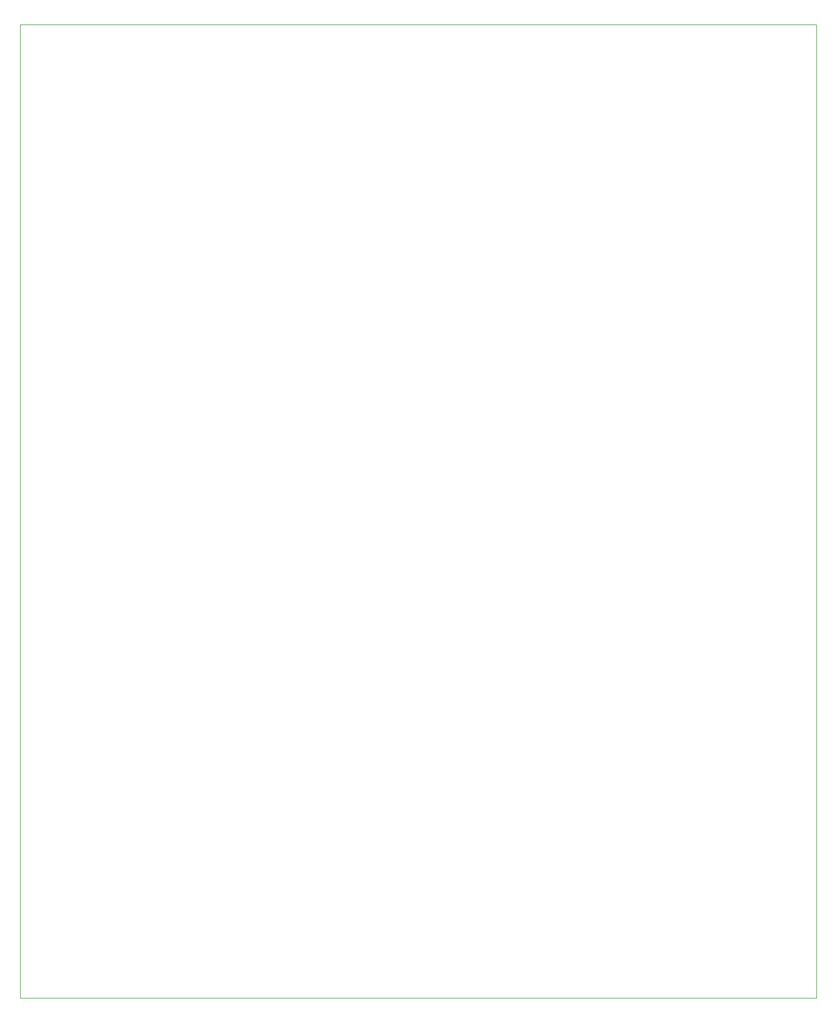
<source format=gbr>
%TF.GenerationSoftware,KiCad,Pcbnew,7.0.2*%
%TF.CreationDate,2023-05-22T19:30:06+02:00*%
%TF.ProjectId,Board2 - Housing and Samtech,426f6172-6432-4202-9d20-486f7573696e,rev?*%
%TF.SameCoordinates,Original*%
%TF.FileFunction,Profile,NP*%
%FSLAX46Y46*%
G04 Gerber Fmt 4.6, Leading zero omitted, Abs format (unit mm)*
G04 Created by KiCad (PCBNEW 7.0.2) date 2023-05-22 19:30:06*
%MOMM*%
%LPD*%
G01*
G04 APERTURE LIST*
%TA.AperFunction,Profile*%
%ADD10C,0.200000*%
%TD*%
G04 APERTURE END LIST*
D10*
X409173479Y-360976950D02*
X164266679Y-360976950D01*
X164266679Y-61612550D01*
X409173479Y-61612550D01*
X409173479Y-360976950D01*
M02*

</source>
